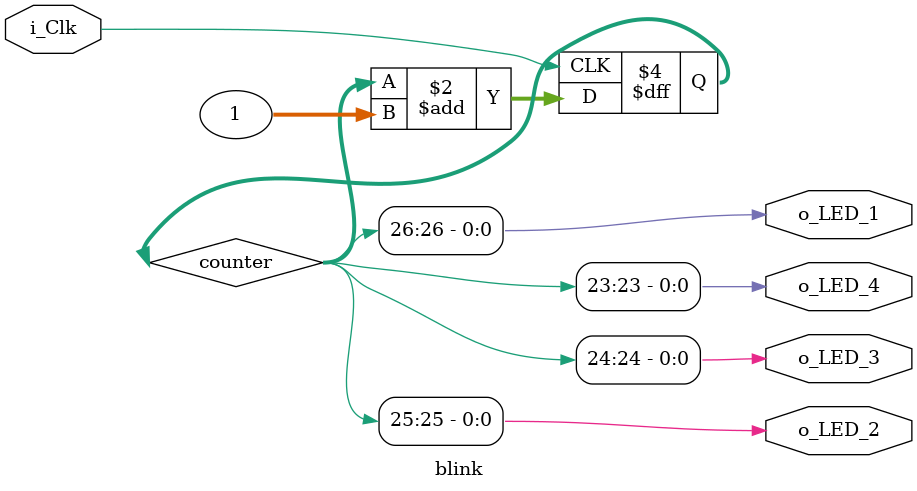
<source format=v>

module blink (
    input  i_Clk,
    output o_LED_1,
    output o_LED_2,
    output o_LED_3,
    output o_LED_4
);

    // 25MHz clock, ~24 bits needed for ~1 second
    reg [32:0] counter = 0;

    always @(posedge i_Clk) begin
        counter <= counter + 1;
    end

    // Each LED blinks at different rate
    assign o_LED_1 = counter[26];
    assign o_LED_2 = counter[25];
    assign o_LED_3 = counter[24];
    assign o_LED_4 = counter[23];

/* original
    // Each LED blinks at different rate
    reg [23:0] counter = 0;
    assign o_LED_1 = counter[23];  // ~1.5 sec period
    assign o_LED_2 = counter[22];  // ~0.75 sec period
    assign o_LED_3 = counter[21];  // ~0.38 sec period
    assign o_LED_4 = counter[20];  // ~0.19 sec period
*/

endmodule

</source>
